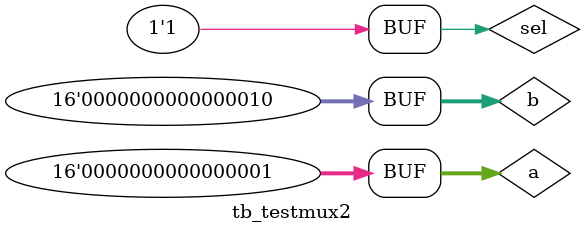
<source format=v>
`include "mux.v"
module tb_testmux2;
wire [15:0] out;
reg [15:0] a, b;
reg sel;

mux_2to1_16bit m1(out, a, b, sel);
initial begin
    $monitor($time, " out = %h, a = %h, b = %h", out, a, b);
end
initial begin
    a = 16'h1; b = 16'h2; sel = 1'b0;
    #2 sel = 16'b1;
end
endmodule
</source>
